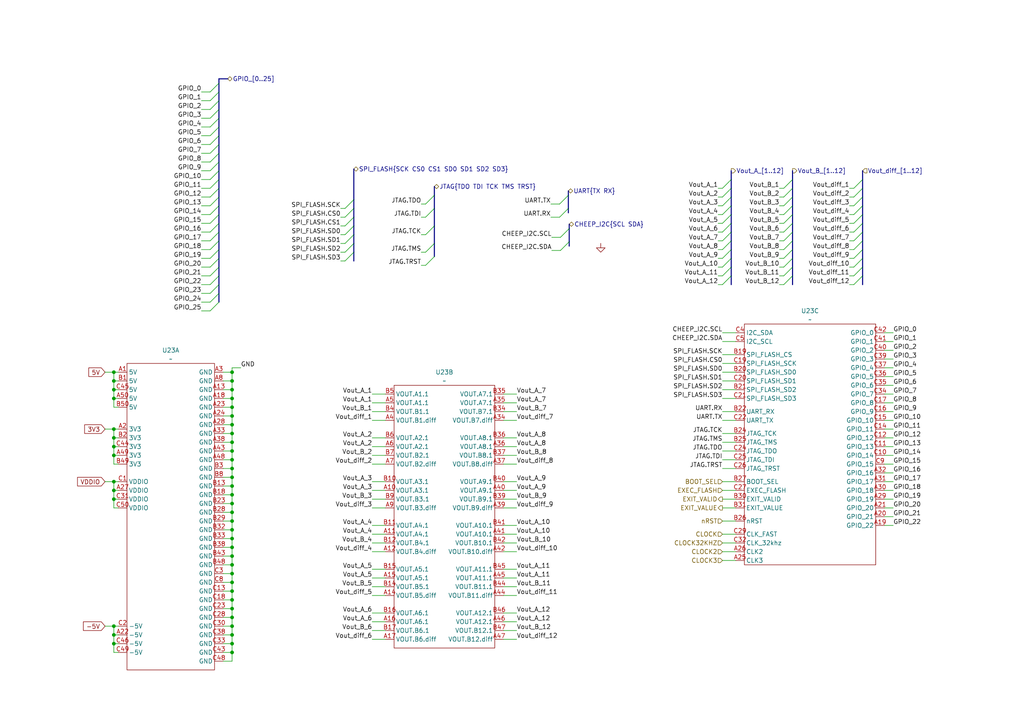
<source format=kicad_sch>
(kicad_sch (version 20250114) (generator "eeschema") (generator_version "9.0")
  (paper "A4")
  (junction (at 67.31 125.73))
  (junction (at 33.02 129.54))
  (junction (at 67.31 115.57))
  (junction (at 67.31 110.49))
  (junction (at 67.31 163.83))
  (junction (at 33.02 142.24))
  (junction (at 67.31 171.45))
  (junction (at 67.31 123.19))
  (junction (at 67.31 161.29))
  (junction (at 33.02 139.7))
  (junction (at 67.31 176.53))
  (junction (at 67.31 158.75))
  (junction (at 33.02 186.69))
  (junction (at 33.02 144.78))
  (junction (at 67.31 179.07))
  (junction (at 67.31 113.03))
  (junction (at 33.02 181.61))
  (junction (at 67.31 118.11))
  (junction (at 33.02 115.57))
  (junction (at 33.02 113.03))
  (junction (at 67.31 153.67))
  (junction (at 67.31 128.27))
  (junction (at 67.31 135.89))
  (junction (at 67.31 130.81))
  (junction (at 67.31 143.51))
  (junction (at 67.31 181.61))
  (junction (at 67.31 107.95))
  (junction (at 33.02 127))
  (junction (at 67.31 168.91))
  (junction (at 33.02 110.49))
  (junction (at 67.31 120.65))
  (junction (at 67.31 173.99))
  (junction (at 67.31 156.21))
  (junction (at 67.31 151.13))
  (junction (at 67.31 186.69))
  (junction (at 67.31 140.97))
  (junction (at 67.31 166.37))
  (junction (at 33.02 107.95))
  (junction (at 67.31 189.23))
  (junction (at 67.31 148.59))
  (junction (at 67.31 133.35))
  (junction (at 67.31 146.05))
  (junction (at 33.02 184.15))
  (junction (at 67.31 184.15))
  (junction (at 33.02 124.46))
  (junction (at 67.31 138.43))
  (junction (at 33.02 132.08))
  (bus_entry (at 60.96 64.77) (size 2.54 -2.54))
  (bus_entry (at 100.076 62.992) (size 2.54 -2.54))
  (bus_entry (at 125.984 70.612) (size -2.54 2.54))
  (bus_entry (at 229.87 77.47) (size -2.54 2.54))
  (bus_entry (at 60.96 62.23) (size 2.54 -2.54))
  (bus_entry (at 165.1 70.104) (size -2.54 2.54))
  (bus_entry (at 212.09 72.39) (size -2.54 2.54))
  (bus_entry (at 229.87 74.93) (size -2.54 2.54))
  (bus_entry (at 229.87 59.69) (size -2.54 2.54))
  (bus_entry (at 125.984 60.452) (size -2.54 2.54))
  (bus_entry (at 229.87 64.77) (size -2.54 2.54))
  (bus_entry (at 250.19 74.93) (size -2.54 2.54))
  (bus_entry (at 212.09 77.47) (size -2.54 2.54))
  (bus_entry (at 60.96 74.93) (size 2.54 -2.54))
  (bus_entry (at 60.96 77.47) (size 2.54 -2.54))
  (bus_entry (at 60.96 54.61) (size 2.54 -2.54))
  (bus_entry (at 250.19 54.61) (size -2.54 2.54))
  (bus_entry (at 100.076 60.452) (size 2.54 -2.54))
  (bus_entry (at 100.076 75.692) (size 2.54 -2.54))
  (bus_entry (at 212.09 74.93) (size -2.54 2.54))
  (bus_entry (at 165.1 66.294) (size -2.54 2.54))
  (bus_entry (at 125.984 65.532) (size -2.54 2.54))
  (bus_entry (at 60.96 44.45) (size 2.54 -2.54))
  (bus_entry (at 212.09 80.01) (size -2.54 2.54))
  (bus_entry (at 60.96 87.63) (size 2.54 -2.54))
  (bus_entry (at 60.96 90.17) (size 2.54 -2.54))
  (bus_entry (at 229.87 52.07) (size -2.54 2.54))
  (bus_entry (at 60.96 46.99) (size 2.54 -2.54))
  (bus_entry (at 212.09 69.85) (size -2.54 2.54))
  (bus_entry (at 229.87 67.31) (size -2.54 2.54))
  (bus_entry (at 60.96 52.07) (size 2.54 -2.54))
  (bus_entry (at 212.09 54.61) (size -2.54 2.54))
  (bus_entry (at 60.96 39.37) (size 2.54 -2.54))
  (bus_entry (at 60.96 69.85) (size 2.54 -2.54))
  (bus_entry (at 60.96 82.55) (size 2.54 -2.54))
  (bus_entry (at 250.19 62.23) (size -2.54 2.54))
  (bus_entry (at 250.19 72.39) (size -2.54 2.54))
  (bus_entry (at 250.19 57.15) (size -2.54 2.54))
  (bus_entry (at 250.19 52.07) (size -2.54 2.54))
  (bus_entry (at 229.87 80.01) (size -2.54 2.54))
  (bus_entry (at 229.87 57.15) (size -2.54 2.54))
  (bus_entry (at 212.09 59.69) (size -2.54 2.54))
  (bus_entry (at 125.984 56.642) (size -2.54 2.54))
  (bus_entry (at 60.96 72.39) (size 2.54 -2.54))
  (bus_entry (at 60.96 80.01) (size 2.54 -2.54))
  (bus_entry (at 164.846 60.452) (size -2.54 2.54))
  (bus_entry (at 212.09 67.31) (size -2.54 2.54))
  (bus_entry (at 60.96 49.53) (size 2.54 -2.54))
  (bus_entry (at 229.87 54.61) (size -2.54 2.54))
  (bus_entry (at 100.076 70.612) (size 2.54 -2.54))
  (bus_entry (at 60.96 34.29) (size 2.54 -2.54))
  (bus_entry (at 164.846 56.642) (size -2.54 2.54))
  (bus_entry (at 100.076 65.532) (size 2.54 -2.54))
  (bus_entry (at 212.09 64.77) (size -2.54 2.54))
  (bus_entry (at 125.984 74.422) (size -2.54 2.54))
  (bus_entry (at 212.09 62.23) (size -2.54 2.54))
  (bus_entry (at 250.19 67.31) (size -2.54 2.54))
  (bus_entry (at 60.96 41.91) (size 2.54 -2.54))
  (bus_entry (at 250.19 80.01) (size -2.54 2.54))
  (bus_entry (at 250.19 64.77) (size -2.54 2.54))
  (bus_entry (at 229.87 72.39) (size -2.54 2.54))
  (bus_entry (at 60.96 57.15) (size 2.54 -2.54))
  (bus_entry (at 60.96 26.67) (size 2.54 -2.54))
  (bus_entry (at 60.96 67.31) (size 2.54 -2.54))
  (bus_entry (at 60.96 29.21) (size 2.54 -2.54))
  (bus_entry (at 250.19 69.85) (size -2.54 2.54))
  (bus_entry (at 60.96 85.09) (size 2.54 -2.54))
  (bus_entry (at 229.87 69.85) (size -2.54 2.54))
  (bus_entry (at 100.076 73.152) (size 2.54 -2.54))
  (bus_entry (at 60.96 31.75) (size 2.54 -2.54))
  (bus_entry (at 60.96 59.69) (size 2.54 -2.54))
  (bus_entry (at 60.96 36.83) (size 2.54 -2.54))
  (bus_entry (at 229.87 62.23) (size -2.54 2.54))
  (bus_entry (at 212.09 57.15) (size -2.54 2.54))
  (bus_entry (at 100.076 68.072) (size 2.54 -2.54))
  (bus_entry (at 250.19 77.47) (size -2.54 2.54))
  (bus_entry (at 212.09 52.07) (size -2.54 2.54))
  (bus_entry (at 250.19 59.69) (size -2.54 2.54))
  (bus (pts (xy 229.87 74.93) (xy 229.87 77.47)))
  (bus (pts (xy 63.5 59.69) (xy 63.5 62.23)))
  (wire (pts (xy 33.02 110.49) (xy 33.02 113.03)))
  (wire (pts (xy 58.42 49.53) (xy 60.96 49.53)))
  (wire (pts (xy 209.55 157.48) (xy 213.36 157.48)))
  (wire (pts (xy 58.42 80.01) (xy 60.96 80.01)))
  (wire (pts (xy 259.08 137.16) (xy 256.54 137.16)))
  (bus (pts (xy 250.19 54.61) (xy 250.19 57.15)))
  (wire (pts (xy 107.95 182.88) (xy 111.76 182.88)))
  (bus (pts (xy 250.19 77.47) (xy 250.19 80.01)))
  (bus (pts (xy 229.87 54.61) (xy 229.87 57.15)))
  (wire (pts (xy 107.95 121.92) (xy 111.76 121.92)))
  (bus (pts (xy 102.616 65.532) (xy 102.616 68.072)))
  (wire (pts (xy 64.77 107.95) (xy 67.31 107.95)))
  (wire (pts (xy 246.38 72.39) (xy 247.65 72.39)))
  (wire (pts (xy 208.28 74.93) (xy 209.55 74.93)))
  (bus (pts (xy 102.616 57.912) (xy 102.616 60.452)))
  (wire (pts (xy 64.77 151.13) (xy 67.31 151.13)))
  (wire (pts (xy 259.08 116.84) (xy 256.54 116.84)))
  (wire (pts (xy 259.08 124.46) (xy 256.54 124.46)))
  (wire (pts (xy 226.06 77.47) (xy 227.33 77.47)))
  (wire (pts (xy 149.86 172.72) (xy 146.05 172.72)))
  (wire (pts (xy 64.77 148.59) (xy 67.31 148.59)))
  (wire (pts (xy 226.06 74.93) (xy 227.33 74.93)))
  (wire (pts (xy 58.42 36.83) (xy 60.96 36.83)))
  (wire (pts (xy 33.02 181.61) (xy 34.29 181.61)))
  (wire (pts (xy 246.38 67.31) (xy 247.65 67.31)))
  (wire (pts (xy 67.31 130.81) (xy 67.31 133.35)))
  (wire (pts (xy 33.02 129.54) (xy 33.02 132.08)))
  (bus (pts (xy 165.1 70.104) (xy 165.1 71.374)))
  (bus (pts (xy 63.5 36.83) (xy 63.5 39.37)))
  (bus (pts (xy 63.5 72.39) (xy 63.5 74.93)))
  (wire (pts (xy 226.06 54.61) (xy 227.33 54.61)))
  (wire (pts (xy 58.42 67.31) (xy 60.96 67.31)))
  (bus (pts (xy 229.87 59.69) (xy 229.87 62.23)))
  (wire (pts (xy 259.08 121.92) (xy 256.54 121.92)))
  (wire (pts (xy 34.29 115.57) (xy 33.02 115.57)))
  (wire (pts (xy 58.42 85.09) (xy 60.96 85.09)))
  (bus (pts (xy 63.5 31.75) (xy 63.5 34.29)))
  (wire (pts (xy 259.08 106.68) (xy 256.54 106.68)))
  (bus (pts (xy 102.616 49.022) (xy 102.616 57.912)))
  (wire (pts (xy 64.77 153.67) (xy 67.31 153.67)))
  (wire (pts (xy 30.48 139.7) (xy 33.02 139.7)))
  (wire (pts (xy 64.77 171.45) (xy 67.31 171.45)))
  (wire (pts (xy 259.08 149.86) (xy 256.54 149.86)))
  (bus (pts (xy 164.846 60.452) (xy 164.846 61.722)))
  (wire (pts (xy 67.31 107.95) (xy 67.31 110.49)))
  (wire (pts (xy 209.55 99.06) (xy 213.36 99.06)))
  (wire (pts (xy 208.28 57.15) (xy 209.55 57.15)))
  (bus (pts (xy 250.19 69.85) (xy 250.19 72.39)))
  (wire (pts (xy 149.86 144.78) (xy 146.05 144.78)))
  (wire (pts (xy 246.38 57.15) (xy 247.65 57.15)))
  (bus (pts (xy 63.5 39.37) (xy 63.5 41.91)))
  (wire (pts (xy 34.29 113.03) (xy 33.02 113.03)))
  (wire (pts (xy 107.95 139.7) (xy 111.76 139.7)))
  (bus (pts (xy 63.5 24.13) (xy 63.5 26.67)))
  (bus (pts (xy 250.19 62.23) (xy 250.19 64.77)))
  (wire (pts (xy 30.48 124.46) (xy 33.02 124.46)))
  (wire (pts (xy 160.02 72.644) (xy 162.56 72.644)))
  (bus (pts (xy 212.09 80.01) (xy 212.09 82.55)))
  (wire (pts (xy 259.08 152.4) (xy 256.54 152.4)))
  (wire (pts (xy 34.29 118.11) (xy 33.02 118.11)))
  (wire (pts (xy 209.55 130.81) (xy 213.36 130.81)))
  (wire (pts (xy 64.77 191.77) (xy 67.31 191.77)))
  (wire (pts (xy 64.77 113.03) (xy 67.31 113.03)))
  (wire (pts (xy 259.08 132.08) (xy 256.54 132.08)))
  (bus (pts (xy 212.09 59.69) (xy 212.09 62.23)))
  (bus (pts (xy 212.09 74.93) (xy 212.09 77.47)))
  (bus (pts (xy 63.5 54.61) (xy 63.5 57.15)))
  (wire (pts (xy 208.28 64.77) (xy 209.55 64.77)))
  (bus (pts (xy 63.5 29.21) (xy 63.5 31.75)))
  (wire (pts (xy 58.42 72.39) (xy 60.96 72.39)))
  (wire (pts (xy 107.95 129.54) (xy 111.76 129.54)))
  (wire (pts (xy 58.42 54.61) (xy 60.96 54.61)))
  (wire (pts (xy 209.55 142.24) (xy 213.36 142.24)))
  (wire (pts (xy 34.29 189.23) (xy 33.02 189.23)))
  (wire (pts (xy 246.38 69.85) (xy 247.65 69.85)))
  (wire (pts (xy 67.31 118.11) (xy 67.31 120.65)))
  (wire (pts (xy 64.77 115.57) (xy 67.31 115.57)))
  (wire (pts (xy 209.55 125.73) (xy 213.36 125.73)))
  (wire (pts (xy 259.08 114.3) (xy 256.54 114.3)))
  (wire (pts (xy 209.55 151.13) (xy 213.36 151.13)))
  (bus (pts (xy 102.616 73.152) (xy 102.616 75.692)))
  (wire (pts (xy 259.08 134.62) (xy 256.54 134.62)))
  (wire (pts (xy 58.42 26.67) (xy 60.96 26.67)))
  (bus (pts (xy 229.87 62.23) (xy 229.87 64.77)))
  (bus (pts (xy 63.5 52.07) (xy 63.5 54.61)))
  (bus (pts (xy 212.09 72.39) (xy 212.09 74.93)))
  (bus (pts (xy 63.5 85.09) (xy 63.5 87.63)))
  (wire (pts (xy 64.77 186.69) (xy 67.31 186.69)))
  (wire (pts (xy 64.77 143.51) (xy 67.31 143.51)))
  (wire (pts (xy 69.85 106.68) (xy 67.31 106.68)))
  (wire (pts (xy 64.77 123.19) (xy 67.31 123.19)))
  (wire (pts (xy 209.55 144.78) (xy 213.36 144.78)))
  (wire (pts (xy 33.02 107.95) (xy 34.29 107.95)))
  (bus (pts (xy 212.09 54.61) (xy 212.09 57.15)))
  (bus (pts (xy 63.5 64.77) (xy 63.5 67.31)))
  (wire (pts (xy 58.42 34.29) (xy 60.96 34.29)))
  (wire (pts (xy 107.95 134.62) (xy 111.76 134.62)))
  (wire (pts (xy 67.31 110.49) (xy 67.31 113.03)))
  (bus (pts (xy 63.5 74.93) (xy 63.5 77.47)))
  (wire (pts (xy 67.31 113.03) (xy 67.31 115.57)))
  (wire (pts (xy 67.31 143.51) (xy 67.31 146.05)))
  (bus (pts (xy 125.984 56.642) (xy 125.984 60.452)))
  (wire (pts (xy 246.38 64.77) (xy 247.65 64.77)))
  (wire (pts (xy 149.86 154.94) (xy 146.05 154.94)))
  (wire (pts (xy 209.55 113.03) (xy 213.36 113.03)))
  (wire (pts (xy 67.31 166.37) (xy 67.31 168.91)))
  (wire (pts (xy 208.28 82.55) (xy 209.55 82.55)))
  (wire (pts (xy 33.02 124.46) (xy 33.02 127)))
  (wire (pts (xy 226.06 64.77) (xy 227.33 64.77)))
  (wire (pts (xy 98.806 75.692) (xy 100.076 75.692)))
  (bus (pts (xy 165.1 65.024) (xy 165.1 66.294)))
  (bus (pts (xy 250.19 67.31) (xy 250.19 69.85)))
  (wire (pts (xy 67.31 179.07) (xy 67.31 181.61)))
  (wire (pts (xy 107.95 154.94) (xy 111.76 154.94)))
  (bus (pts (xy 250.19 64.77) (xy 250.19 67.31)))
  (wire (pts (xy 107.95 177.8) (xy 111.76 177.8)))
  (wire (pts (xy 33.02 127) (xy 33.02 129.54)))
  (wire (pts (xy 226.06 57.15) (xy 227.33 57.15)))
  (wire (pts (xy 107.95 132.08) (xy 111.76 132.08)))
  (bus (pts (xy 63.5 62.23) (xy 63.5 64.77)))
  (wire (pts (xy 226.06 62.23) (xy 227.33 62.23)))
  (wire (pts (xy 64.77 133.35) (xy 67.31 133.35)))
  (wire (pts (xy 67.31 173.99) (xy 67.31 176.53)))
  (wire (pts (xy 64.77 184.15) (xy 67.31 184.15)))
  (wire (pts (xy 58.42 82.55) (xy 60.96 82.55)))
  (wire (pts (xy 259.08 139.7) (xy 256.54 139.7)))
  (wire (pts (xy 30.48 107.95) (xy 33.02 107.95)))
  (bus (pts (xy 250.19 49.53) (xy 250.19 52.07)))
  (wire (pts (xy 67.31 125.73) (xy 67.31 128.27)))
  (wire (pts (xy 67.31 158.75) (xy 67.31 161.29)))
  (wire (pts (xy 209.55 110.49) (xy 213.36 110.49)))
  (bus (pts (xy 212.09 52.07) (xy 212.09 54.61)))
  (wire (pts (xy 259.08 147.32) (xy 256.54 147.32)))
  (wire (pts (xy 149.86 121.92) (xy 146.05 121.92)))
  (bus (pts (xy 165.1 66.294) (xy 165.1 70.104)))
  (bus (pts (xy 63.5 49.53) (xy 63.5 52.07)))
  (wire (pts (xy 67.31 156.21) (xy 67.31 158.75)))
  (wire (pts (xy 208.28 72.39) (xy 209.55 72.39)))
  (wire (pts (xy 58.42 46.99) (xy 60.96 46.99)))
  (wire (pts (xy 67.31 135.89) (xy 67.31 138.43)))
  (wire (pts (xy 209.55 147.32) (xy 213.36 147.32)))
  (wire (pts (xy 58.42 77.47) (xy 60.96 77.47)))
  (wire (pts (xy 33.02 147.32) (xy 33.02 144.78)))
  (wire (pts (xy 58.42 59.69) (xy 60.96 59.69)))
  (wire (pts (xy 67.31 133.35) (xy 67.31 135.89)))
  (wire (pts (xy 209.55 160.02) (xy 213.36 160.02)))
  (wire (pts (xy 58.42 87.63) (xy 60.96 87.63)))
  (wire (pts (xy 149.86 142.24) (xy 146.05 142.24)))
  (wire (pts (xy 67.31 120.65) (xy 67.31 123.19)))
  (wire (pts (xy 107.95 142.24) (xy 111.76 142.24)))
  (wire (pts (xy 107.95 144.78) (xy 111.76 144.78)))
  (bus (pts (xy 164.846 55.372) (xy 164.846 56.642)))
  (wire (pts (xy 33.02 186.69) (xy 33.02 189.23)))
  (wire (pts (xy 209.55 139.7) (xy 213.36 139.7)))
  (bus (pts (xy 102.616 60.452) (xy 102.616 62.992)))
  (wire (pts (xy 259.08 144.78) (xy 256.54 144.78)))
  (bus (pts (xy 212.09 49.53) (xy 212.09 52.07)))
  (wire (pts (xy 64.77 163.83) (xy 67.31 163.83)))
  (wire (pts (xy 107.95 157.48) (xy 111.76 157.48)))
  (wire (pts (xy 122.174 59.182) (xy 123.444 59.182)))
  (wire (pts (xy 33.02 113.03) (xy 33.02 115.57)))
  (bus (pts (xy 125.984 54.102) (xy 125.984 56.642)))
  (wire (pts (xy 34.29 186.69) (xy 33.02 186.69)))
  (wire (pts (xy 58.42 90.17) (xy 60.96 90.17)))
  (bus (pts (xy 63.5 69.85) (xy 63.5 72.39)))
  (wire (pts (xy 67.31 184.15) (xy 67.31 186.69)))
  (wire (pts (xy 34.29 184.15) (xy 33.02 184.15)))
  (wire (pts (xy 64.77 110.49) (xy 67.31 110.49)))
  (wire (pts (xy 246.38 54.61) (xy 247.65 54.61)))
  (wire (pts (xy 67.31 140.97) (xy 67.31 143.51)))
  (wire (pts (xy 209.55 128.27) (xy 213.36 128.27)))
  (bus (pts (xy 229.87 77.47) (xy 229.87 80.01)))
  (wire (pts (xy 159.766 62.992) (xy 162.306 62.992)))
  (wire (pts (xy 34.29 147.32) (xy 33.02 147.32)))
  (wire (pts (xy 67.31 171.45) (xy 67.31 173.99)))
  (wire (pts (xy 149.86 165.1) (xy 146.05 165.1)))
  (wire (pts (xy 33.02 118.11) (xy 33.02 115.57)))
  (wire (pts (xy 58.42 39.37) (xy 60.96 39.37)))
  (wire (pts (xy 209.55 133.35) (xy 213.36 133.35)))
  (wire (pts (xy 226.06 59.69) (xy 227.33 59.69)))
  (bus (pts (xy 63.5 26.67) (xy 63.5 29.21)))
  (wire (pts (xy 58.42 52.07) (xy 60.96 52.07)))
  (wire (pts (xy 34.29 132.08) (xy 33.02 132.08)))
  (wire (pts (xy 246.38 59.69) (xy 247.65 59.69)))
  (wire (pts (xy 67.31 123.19) (xy 67.31 125.73)))
  (bus (pts (xy 63.5 22.86) (xy 63.5 24.13)))
  (wire (pts (xy 209.55 162.56) (xy 213.36 162.56)))
  (wire (pts (xy 64.77 176.53) (xy 67.31 176.53)))
  (bus (pts (xy 164.846 56.642) (xy 164.846 60.452)))
  (wire (pts (xy 34.29 129.54) (xy 33.02 129.54)))
  (wire (pts (xy 58.42 57.15) (xy 60.96 57.15)))
  (wire (pts (xy 246.38 80.01) (xy 247.65 80.01)))
  (wire (pts (xy 259.08 119.38) (xy 256.54 119.38)))
  (wire (pts (xy 98.806 73.152) (xy 100.076 73.152)))
  (wire (pts (xy 98.806 70.612) (xy 100.076 70.612)))
  (wire (pts (xy 149.86 177.8) (xy 146.05 177.8)))
  (wire (pts (xy 64.77 125.73) (xy 67.31 125.73)))
  (wire (pts (xy 209.55 135.89) (xy 213.36 135.89)))
  (wire (pts (xy 67.31 146.05) (xy 67.31 148.59)))
  (wire (pts (xy 58.42 44.45) (xy 60.96 44.45)))
  (wire (pts (xy 64.77 140.97) (xy 67.31 140.97)))
  (wire (pts (xy 259.08 99.06) (xy 256.54 99.06)))
  (wire (pts (xy 67.31 138.43) (xy 67.31 140.97)))
  (bus (pts (xy 229.87 72.39) (xy 229.87 74.93)))
  (wire (pts (xy 208.28 62.23) (xy 209.55 62.23)))
  (bus (pts (xy 229.87 67.31) (xy 229.87 69.85)))
  (wire (pts (xy 34.29 142.24) (xy 33.02 142.24)))
  (wire (pts (xy 259.08 129.54) (xy 256.54 129.54)))
  (bus (pts (xy 125.984 65.532) (xy 125.984 70.612)))
  (bus (pts (xy 63.5 46.99) (xy 63.5 49.53)))
  (wire (pts (xy 33.02 139.7) (xy 33.02 142.24)))
  (wire (pts (xy 226.06 82.55) (xy 227.33 82.55)))
  (wire (pts (xy 149.86 160.02) (xy 146.05 160.02)))
  (wire (pts (xy 58.42 64.77) (xy 60.96 64.77)))
  (bus (pts (xy 250.19 74.93) (xy 250.19 77.47)))
  (wire (pts (xy 149.86 129.54) (xy 146.05 129.54)))
  (wire (pts (xy 246.38 62.23) (xy 247.65 62.23)))
  (wire (pts (xy 107.95 114.3) (xy 111.76 114.3)))
  (bus (pts (xy 250.19 57.15) (xy 250.19 59.69)))
  (wire (pts (xy 67.31 189.23) (xy 64.77 189.23)))
  (wire (pts (xy 149.86 185.42) (xy 146.05 185.42)))
  (wire (pts (xy 67.31 163.83) (xy 67.31 166.37)))
  (wire (pts (xy 58.42 62.23) (xy 60.96 62.23)))
  (wire (pts (xy 149.86 114.3) (xy 146.05 114.3)))
  (wire (pts (xy 64.77 135.89) (xy 67.31 135.89)))
  (bus (pts (xy 63.5 67.31) (xy 63.5 69.85)))
  (wire (pts (xy 209.55 154.94) (xy 213.36 154.94)))
  (wire (pts (xy 149.86 116.84) (xy 146.05 116.84)))
  (wire (pts (xy 64.77 156.21) (xy 67.31 156.21)))
  (wire (pts (xy 64.77 128.27) (xy 67.31 128.27)))
  (wire (pts (xy 67.31 161.29) (xy 67.31 163.83)))
  (wire (pts (xy 67.31 153.67) (xy 67.31 156.21)))
  (wire (pts (xy 64.77 130.81) (xy 67.31 130.81)))
  (wire (pts (xy 107.95 116.84) (xy 111.76 116.84)))
  (wire (pts (xy 67.31 106.68) (xy 67.31 107.95)))
  (wire (pts (xy 160.02 68.834) (xy 162.56 68.834)))
  (wire (pts (xy 64.77 118.11) (xy 67.31 118.11)))
  (wire (pts (xy 246.38 82.55) (xy 247.65 82.55)))
  (wire (pts (xy 209.55 115.57) (xy 213.36 115.57)))
  (wire (pts (xy 107.95 165.1) (xy 111.76 165.1)))
  (bus (pts (xy 63.5 77.47) (xy 63.5 80.01)))
  (wire (pts (xy 58.42 69.85) (xy 60.96 69.85)))
  (wire (pts (xy 67.31 186.69) (xy 67.31 189.23)))
  (wire (pts (xy 107.95 119.38) (xy 111.76 119.38)))
  (wire (pts (xy 259.08 127) (xy 256.54 127)))
  (wire (pts (xy 122.174 68.072) (xy 123.444 68.072)))
  (wire (pts (xy 209.55 105.41) (xy 213.36 105.41)))
  (wire (pts (xy 64.77 158.75) (xy 67.31 158.75)))
  (wire (pts (xy 259.08 101.6) (xy 256.54 101.6)))
  (wire (pts (xy 259.08 142.24) (xy 256.54 142.24)))
  (wire (pts (xy 67.31 128.27) (xy 67.31 130.81)))
  (bus (pts (xy 212.09 57.15) (xy 212.09 59.69)))
  (wire (pts (xy 58.42 29.21) (xy 60.96 29.21)))
  (wire (pts (xy 64.77 166.37) (xy 67.31 166.37)))
  (wire (pts (xy 149.86 182.88) (xy 146.05 182.88)))
  (wire (pts (xy 208.28 69.85) (xy 209.55 69.85)))
  (bus (pts (xy 102.616 62.992) (xy 102.616 65.532)))
  (wire (pts (xy 33.02 132.08) (xy 33.02 134.62)))
  (wire (pts (xy 33.02 184.15) (xy 33.02 186.69)))
  (wire (pts (xy 107.95 160.02) (xy 111.76 160.02)))
  (wire (pts (xy 208.28 59.69) (xy 209.55 59.69)))
  (wire (pts (xy 149.86 132.08) (xy 146.05 132.08)))
  (wire (pts (xy 149.86 180.34) (xy 146.05 180.34)))
  (wire (pts (xy 58.42 74.93) (xy 60.96 74.93)))
  (wire (pts (xy 33.02 124.46) (xy 34.29 124.46)))
  (wire (pts (xy 33.02 142.24) (xy 33.02 144.78)))
  (wire (pts (xy 259.08 96.52) (xy 256.54 96.52)))
  (wire (pts (xy 107.95 170.18) (xy 111.76 170.18)))
  (bus (pts (xy 63.5 44.45) (xy 63.5 46.99)))
  (wire (pts (xy 107.95 180.34) (xy 111.76 180.34)))
  (wire (pts (xy 149.86 127) (xy 146.05 127)))
  (wire (pts (xy 34.29 110.49) (xy 33.02 110.49)))
  (bus (pts (xy 229.87 64.77) (xy 229.87 67.31)))
  (bus (pts (xy 102.616 68.072) (xy 102.616 70.612)))
  (wire (pts (xy 259.08 104.14) (xy 256.54 104.14)))
  (bus (pts (xy 63.5 82.55) (xy 63.5 85.09)))
  (wire (pts (xy 226.06 80.01) (xy 227.33 80.01)))
  (wire (pts (xy 209.55 121.92) (xy 213.36 121.92)))
  (bus (pts (xy 125.984 70.612) (xy 125.984 74.422)))
  (wire (pts (xy 149.86 119.38) (xy 146.05 119.38)))
  (wire (pts (xy 67.31 115.57) (xy 67.31 118.11)))
  (wire (pts (xy 149.86 157.48) (xy 146.05 157.48)))
  (wire (pts (xy 33.02 181.61) (xy 33.02 184.15)))
  (wire (pts (xy 107.95 127) (xy 111.76 127)))
  (bus (pts (xy 250.19 80.01) (xy 250.19 82.55)))
  (wire (pts (xy 149.86 152.4) (xy 146.05 152.4)))
  (wire (pts (xy 246.38 74.93) (xy 247.65 74.93)))
  (wire (pts (xy 33.02 107.95) (xy 33.02 110.49)))
  (wire (pts (xy 208.28 67.31) (xy 209.55 67.31)))
  (bus (pts (xy 212.09 64.77) (xy 212.09 67.31)))
  (wire (pts (xy 98.806 62.992) (xy 100.076 62.992)))
  (bus (pts (xy 102.616 70.612) (xy 102.616 73.152)))
  (wire (pts (xy 107.95 185.42) (xy 111.76 185.42)))
  (bus (pts (xy 229.87 57.15) (xy 229.87 59.69)))
  (wire (pts (xy 98.806 68.072) (xy 100.076 68.072)))
  (wire (pts (xy 64.77 138.43) (xy 67.31 138.43)))
  (wire (pts (xy 149.86 167.64) (xy 146.05 167.64)))
  (wire (pts (xy 122.174 62.992) (xy 123.444 62.992)))
  (wire (pts (xy 149.86 147.32) (xy 146.05 147.32)))
  (bus (pts (xy 229.87 69.85) (xy 229.87 72.39)))
  (wire (pts (xy 64.77 146.05) (xy 67.31 146.05)))
  (bus (pts (xy 212.09 69.85) (xy 212.09 72.39)))
  (wire (pts (xy 67.31 148.59) (xy 67.31 151.13)))
  (wire (pts (xy 58.42 41.91) (xy 60.96 41.91)))
  (wire (pts (xy 34.29 134.62) (xy 33.02 134.62)))
  (wire (pts (xy 58.42 31.75) (xy 60.96 31.75)))
  (bus (pts (xy 212.09 77.47) (xy 212.09 80.01)))
  (wire (pts (xy 98.806 60.452) (xy 100.076 60.452)))
  (wire (pts (xy 209.55 102.87) (xy 213.36 102.87)))
  (bus (pts (xy 63.5 34.29) (xy 63.5 36.83)))
  (wire (pts (xy 122.174 76.962) (xy 123.444 76.962)))
  (bus (pts (xy 229.87 80.01) (xy 229.87 82.55)))
  (wire (pts (xy 159.766 59.182) (xy 162.306 59.182)))
  (wire (pts (xy 34.29 144.78) (xy 33.02 144.78)))
  (bus (pts (xy 229.87 49.53) (xy 229.87 52.07)))
  (wire (pts (xy 226.06 67.31) (xy 227.33 67.31)))
  (bus (pts (xy 63.5 80.01) (xy 63.5 82.55)))
  (bus (pts (xy 66.04 22.86) (xy 63.5 22.86)))
  (wire (pts (xy 208.28 77.47) (xy 209.55 77.47)))
  (wire (pts (xy 67.31 181.61) (xy 67.31 184.15)))
  (bus (pts (xy 212.09 67.31) (xy 212.09 69.85)))
  (bus (pts (xy 125.984 60.452) (xy 125.984 65.532)))
  (bus (pts (xy 63.5 57.15) (xy 63.5 59.69)))
  (wire (pts (xy 208.28 54.61) (xy 209.55 54.61)))
  (wire (pts (xy 149.86 134.62) (xy 146.05 134.62)))
  (bus (pts (xy 63.5 41.91) (xy 63.5 44.45)))
  (wire (pts (xy 209.55 96.52) (xy 213.36 96.52)))
  (wire (pts (xy 98.806 65.532) (xy 100.076 65.532)))
  (wire (pts (xy 107.95 167.64) (xy 111.76 167.64)))
  (wire (pts (xy 122.174 73.152) (xy 123.444 73.152)))
  (wire (pts (xy 209.55 107.95) (xy 213.36 107.95)))
  (wire (pts (xy 64.77 179.07) (xy 67.31 179.07)))
  (bus (pts (xy 212.09 62.23) (xy 212.09 64.77)))
  (wire (pts (xy 259.08 109.22) (xy 256.54 109.22)))
  (wire (pts (xy 64.77 173.99) (xy 67.31 173.99)))
  (wire (pts (xy 246.38 77.47) (xy 247.65 77.47)))
  (bus (pts (xy 229.87 52.07) (xy 229.87 54.61)))
  (wire (pts (xy 34.29 127) (xy 33.02 127)))
  (wire (pts (xy 259.08 111.76) (xy 256.54 111.76)))
  (wire (pts (xy 64.77 181.61) (xy 67.31 181.61)))
  (wire (pts (xy 226.06 72.39) (xy 227.33 72.39)))
  (wire (pts (xy 209.55 119.38) (xy 213.36 119.38)))
  (wire (pts (xy 67.31 176.53) (xy 67.31 179.07)))
  (wire (pts (xy 149.86 139.7) (xy 146.05 139.7)))
  (wire (pts (xy 64.77 168.91) (xy 67.31 168.91)))
  (wire (pts (xy 208.28 80.01) (xy 209.55 80.01)))
  (wire (pts (xy 107.95 147.32) (xy 111.76 147.32)))
  (wire (pts (xy 67.31 191.77) (xy 67.31 189.23)))
  (wire (pts (xy 67.31 168.91) (xy 67.31 171.45)))
  (wire (pts (xy 33.02 139.7) (xy 34.29 139.7)))
  (wire (pts (xy 30.48 181.61) (xy 33.02 181.61)))
  (bus (pts (xy 250.19 52.07) (xy 250.19 54.61)))
  (wire (pts (xy 107.95 172.72) (xy 111.76 172.72)))
  (wire (pts (xy 67.31 151.13) (xy 67.31 153.67)))
  (wire (pts (xy 107.95 152.4) (xy 111.76 152.4)))
  (wire (pts (xy 64.77 120.65) (xy 67.31 120.65)))
  (wire (pts (xy 226.06 69.85) (xy 227.33 69.85)))
  (bus (pts (xy 250.19 59.69) (xy 250.19 62.23)))
  (wire (pts (xy 64.77 161.29) (xy 67.31 161.29)))
  (wire (pts (xy 149.86 170.18) (xy 146.05 170.18)))
  (bus (pts (xy 250.19 72.39) (xy 250.19 74.93)))
  (label "Vout_A_2" (at 107.95 129.54 180))
  (label "Vout_A_8" (at 149.86 129.54 0))
  (label "Vout_B_9" (at 149.86 144.78 0))
  (label "JTAG.TMS" (at 122.174 73.152 180))
  (label "SPI_FLASH.SD3" (at 209.55 115.57 180))
  (label "Vout_B_8" (at 149.86 132.08 0))
  (label "GPIO_18" (at 259.08 142.24 0))
  (label "Vout_B_10" (at 149.86 157.48 0))
  (label "Vout_B_10" (at 226.06 77.47 180))
  (label "Vout_A_10" (at 208.28 77.47 180))
  (label "JTAG.TRST" (at 209.55 135.89 180))
  (label "Vout_B_6" (at 226.06 67.31 180))
  (label "GPIO_8" (at 58.42 46.99 180))
  (label "UART.TX" (at 159.766 59.182 180))
  (label "Vout_diff_2" (at 246.38 57.15 180))
  (label "GPIO_18" (at 58.42 72.39 180))
  (label "Vout_B_2" (at 107.95 132.08 180))
  (label "Vout_A_8" (at 149.86 127 0))
  (label "Vout_B_8" (at 226.06 72.39 180))
  (label "Vout_diff_4" (at 107.95 160.02 180))
  (label "GPIO_0" (at 58.42 26.67 180))
  (label "GPIO_20" (at 259.08 147.32 0))
  (label "GPIO_11" (at 58.42 54.61 180))
  (label "JTAG.TDO" (at 209.55 130.81 180))
  (label "Vout_diff_11" (at 246.38 80.01 180))
  (label "Vout_diff_8" (at 246.38 72.39 180))
  (label "GPIO_24" (at 58.42 87.63 180))
  (label "Vout_A_9" (at 208.28 74.93 180))
  (label "Vout_A_11" (at 208.28 80.01 180))
  (label "GPIO_20" (at 58.42 77.47 180))
  (label "Vout_diff_7" (at 149.86 121.92 0))
  (label "Vout_diff_1" (at 246.38 54.61 180))
  (label "Vout_A_7" (at 208.28 69.85 180))
  (label "GND" (at 69.85 106.68 0))
  (label "Vout_A_9" (at 149.86 139.7 0))
  (label "Vout_A_11" (at 149.86 167.64 0))
  (label "GPIO_5" (at 259.08 109.22 0))
  (label "GPIO_12" (at 259.08 127 0))
  (label "CHEEP_I2C.SDA" (at 160.02 72.644 180))
  (label "UART.TX" (at 209.55 121.92 180))
  (label "GPIO_19" (at 58.42 74.93 180))
  (label "Vout_B_7" (at 226.06 69.85 180))
  (label "SPI_FLASH.SD3" (at 98.806 75.692 180))
  (label "GPIO_1" (at 259.08 99.06 0))
  (label "Vout_A_8" (at 208.28 72.39 180))
  (label "SPI_FLASH.CS0" (at 209.55 105.41 180))
  (label "Vout_diff_6" (at 246.38 67.31 180))
  (label "GPIO_13" (at 259.08 129.54 0))
  (label "Vout_A_2" (at 208.28 57.15 180))
  (label "Vout_B_4" (at 226.06 62.23 180))
  (label "Vout_B_3" (at 107.95 144.78 180))
  (label "Vout_diff_2" (at 107.95 134.62 180))
  (label "Vout_A_5" (at 208.28 64.77 180))
  (label "Vout_A_1" (at 107.95 116.84 180))
  (label "Vout_A_3" (at 107.95 142.24 180))
  (label "Vout_diff_9" (at 149.86 147.32 0))
  (label "Vout_diff_3" (at 107.95 147.32 180))
  (label "Vout_B_1" (at 107.95 119.38 180))
  (label "Vout_diff_5" (at 246.38 64.77 180))
  (label "Vout_B_7" (at 149.86 119.38 0))
  (label "GPIO_6" (at 259.08 111.76 0))
  (label "SPI_FLASH.SD1" (at 98.806 70.612 180))
  (label "JTAG.TDI" (at 122.174 62.992 180))
  (label "Vout_diff_10" (at 246.38 77.47 180))
  (label "SPI_FLASH.CS0" (at 98.806 62.992 180))
  (label "Vout_A_6" (at 208.28 67.31 180))
  (label "CHEEP_I2C.SDA" (at 209.55 99.06 180))
  (label "GPIO_14" (at 58.42 62.23 180))
  (label "Vout_A_5" (at 107.95 165.1 180))
  (label "Vout_B_5" (at 226.06 64.77 180))
  (label "GPIO_3" (at 58.42 34.29 180))
  (label "Vout_diff_12" (at 149.86 185.42 0))
  (label "Vout_diff_4" (at 246.38 62.23 180))
  (label "Vout_A_6" (at 107.95 177.8 180))
  (label "Vout_A_3" (at 107.95 139.7 180))
  (label "Vout_A_4" (at 107.95 154.94 180))
  (label "UART.RX" (at 159.766 62.992 180))
  (label "GPIO_10" (at 58.42 52.07 180))
  (label "GPIO_12" (at 58.42 57.15 180))
  (label "JTAG.TCK" (at 122.174 68.072 180))
  (label "GPIO_9" (at 259.08 119.38 0))
  (label "Vout_B_12" (at 226.06 82.55 180))
  (label "GPIO_19" (at 259.08 144.78 0))
  (label "GPIO_21" (at 58.42 80.01 180))
  (label "GPIO_22" (at 259.08 152.4 0))
  (label "Vout_A_7" (at 149.86 114.3 0))
  (label "Vout_A_12" (at 149.86 177.8 0))
  (label "Vout_A_12" (at 149.86 180.34 0))
  (label "GPIO_9" (at 58.42 49.53 180))
  (label "Vout_A_4" (at 208.28 62.23 180))
  (label "GPIO_15" (at 259.08 134.62 0))
  (label "Vout_A_4" (at 107.95 152.4 180))
  (label "Vout_diff_11" (at 149.86 172.72 0))
  (label "GPIO_17" (at 58.42 69.85 180))
  (label "Vout_diff_3" (at 246.38 59.69 180))
  (label "Vout_B_11" (at 149.86 170.18 0))
  (label "GPIO_14" (at 259.08 132.08 0))
  (label "GPIO_2" (at 58.42 31.75 180))
  (label "SPI_FLASH.SCK" (at 98.806 60.452 180))
  (label "GPIO_0" (at 259.08 96.52 0))
  (label "Vout_A_9" (at 149.86 142.24 0))
  (label "GPIO_21" (at 259.08 149.86 0))
  (label "Vout_B_5" (at 107.95 170.18 180))
  (label "Vout_A_2" (at 107.95 127 180))
  (label "GPIO_22" (at 58.42 82.55 180))
  (label "GPIO_16" (at 259.08 137.16 0))
  (label "Vout_A_5" (at 107.95 167.64 180))
  (label "Vout_diff_10" (at 149.86 160.02 0))
  (label "GPIO_17" (at 259.08 139.7 0))
  (label "GPIO_25" (at 58.42 90.17 180))
  (label "GPIO_15" (at 58.42 64.77 180))
  (label "SPI_FLASH.CS1" (at 98.806 65.532 180))
  (label "GPIO_2" (at 259.08 101.6 0))
  (label "Vout_A_3" (at 208.28 59.69 180))
  (label "Vout_diff_6" (at 107.95 185.42 180))
  (label "CHEEP_I2C.SCL" (at 209.55 96.52 180))
  (label "Vout_diff_9" (at 246.38 74.93 180))
  (label "Vout_diff_1" (at 107.95 121.92 180))
  (label "Vout_diff_5" (at 107.95 172.72 180))
  (label "GPIO_8" (at 259.08 116.84 0))
  (label "JTAG.TDO" (at 122.174 59.182 180))
  (label "Vout_A_1" (at 208.28 54.61 180))
  (label "JTAG.TCK" (at 209.55 125.73 180))
  (label "Vout_A_10" (at 149.86 154.94 0))
  (label "Vout_B_2" (at 226.06 57.15 180))
  (label "GPIO_23" (at 58.42 85.09 180))
  (label "GPIO_11" (at 259.08 124.46 0))
  (label "Vout_B_4" (at 107.95 157.48 180))
  (label "GPIO_5" (at 58.42 39.37 180))
  (label "GPIO_16" (at 58.42 67.31 180))
  (label "GPIO_4" (at 259.08 106.68 0))
  (label "JTAG.TDI" (at 209.55 133.35 180))
  (label "GPIO_3" (at 259.08 104.14 0))
  (label "Vout_diff_7" (at 246.38 69.85 180))
  (label "Vout_B_3" (at 226.06 59.69 180))
  (label "SPI_FLASH.SD2" (at 98.806 73.152 180))
  (label "GPIO_6" (at 58.42 41.91 180))
  (label "Vout_A_1" (at 107.95 114.3 180))
  (label "GPIO_10" (at 259.08 121.92 0))
  (label "Vout_A_6" (at 107.95 180.34 180))
  (label "GPIO_7" (at 58.42 44.45 180))
  (label "Vout_A_11" (at 149.86 165.1 0))
  (label "Vout_diff_8" (at 149.86 134.62 0))
  (label "Vout_A_7" (at 149.86 116.84 0))
  (label "Vout_B_9" (at 226.06 74.93 180))
  (label "Vout_B_12" (at 149.86 182.88 0))
  (label "CHEEP_I2C.SCL" (at 160.02 68.834 180))
  (label "SPI_FLASH.SD0" (at 98.806 68.072 180))
  (label "Vout_A_10" (at 149.86 152.4 0))
  (label "Vout_B_6" (at 107.95 182.88 180))
  (label "SPI_FLASH.SD0" (at 209.55 107.95 180))
  (label "GPIO_7" (at 259.08 114.3 0))
  (label "Vout_A_12" (at 208.28 82.55 180))
  (label "UART.RX" (at 209.55 119.38 180))
  (label "Vout_B_11" (at 226.06 80.01 180))
  (label "GPIO_13" (at 58.42 59.69 180))
  (label "SPI_FLASH.SCK" (at 209.55 102.87 180))
  (label "JTAG.TMS" (at 209.55 128.27 180))
  (label "Vout_B_1" (at 226.06 54.61 180))
  (label "JTAG.TRST" (at 122.174 76.962 180))
  (label "GPIO_4" (at 58.42 36.83 180))
  (label "Vout_diff_12" (at 246.38 82.55 180))
  (label "GPIO_1" (at 58.42 29.21 180))
  (label "SPI_FLASH.SD1" (at 209.55 110.49 180))
  (label "SPI_FLASH.SD2" (at 209.55 113.03 180))
  (global_label "VDDIO" (shape input) (at 30.48 139.7 180) (property "Intersheetrefs" "${INTERSHEET_REFS}" (effects (hide yes))))
  (global_label "3V3" (shape input) (at 30.48 124.46 180) (property "Intersheetrefs" "${INTERSHEET_REFS}" (effects (hide yes))))
  (global_label "-5V" (shape input) (at 30.48 181.61 180) (property "Intersheetrefs" "${INTERSHEET_REFS}" (effects (hide yes))))
  (global_label "5V" (shape input) (at 30.48 107.95 180) (property "Intersheetrefs" "${INTERSHEET_REFS}" (effects (hide yes))))
  (hierarchical_label "EXIT_VALID" (shape output) (at 209.55 144.78 180))
  (hierarchical_label "Vout_B_[1..12]" (shape output) (at 229.87 49.53 0))
  (hierarchical_label "CLOCK3" (shape input) (at 209.55 162.56 180))
  (hierarchical_label "Vout_diff_[1..12]" (shape input) (at 250.19 49.53 0))
  (hierarchical_label "EXEC_FLASH" (shape input) (at 209.55 142.24 180))
  (hierarchical_label "BOOT_SEL" (shape input) (at 209.55 139.7 180))
  (hierarchical_label "CLOCK2" (shape input) (at 209.55 160.02 180))
  (hierarchical_label "CLOCK" (shape input) (at 209.55 154.94 180))
  (hierarchical_label "CHEEP_I2C{SCL SDA}" (shape bidirectional) (at 165.1 65.024 0))
  (hierarchical_label "GPIO_[0..25]" (shape bidirectional) (at 66.04 22.86 0))
  (hierarchical_label "JTAG{TDO TDI TCK TMS TRST}" (shape bidirectional) (at 125.984 54.102 0))
  (hierarchical_label "nRST" (shape input) (at 209.55 151.13 180))
  (hierarchical_label "Vout_A_[1..12]" (shape output) (at 212.09 49.53 0))
  (hierarchical_label "UART{TX RX}" (shape bidirectional) (at 164.846 55.372 0))
  (hierarchical_label "CLOCK32KHZ" (shape input) (at 209.55 157.48 180))
  (hierarchical_label "EXIT_VALUE" (shape output) (at 209.55 147.32 180))
  (hierarchical_label "SPI_FLASH{SCK CS0 CS1 SD0 SD1 SD2 SD3}" (shape bidirectional) (at 102.616 49.022 0))
  (symbol (lib_name "CheepConnectorFull_2") (lib_id "cheeps-tb:CheepConnectorFull") (at 234.95 128.27 0) (unit 3)
    (property "Reference" "U23" (at 234.95 90.17 0))
    (property "Value" "~" (at 234.95 92.71 0))
    (property "Footprint" "heep_footprints:CHEEP_CONNECTOR_MAINBOARD" (effects (hide yes)))
  )
  (symbol (lib_id "power:GND") (at 174.244 70.612 0) (unit 1)
    (property "Reference" "#PWR3" (effects (hide yes)))
    (property "Value" "GND" (effects (hide yes)))
    (property "Description" "Power symbol creates a global label with name \"GND\" , ground" (effects (hide yes)))
  )
  (symbol (lib_name "CheepConnectorFull_1") (lib_id "cheeps-tb:CheepConnectorFull") (at 128.27 149.86 0) (unit 2)
    (property "Reference" "U23" (at 128.905 107.95 0))
    (property "Value" "~" (at 128.905 110.49 0))
    (property "Footprint" "heep_footprints:CHEEP_CONNECTOR_MAINBOARD" (effects (hide yes)))
  )
  (symbol (lib_id "cheeps-tb:CheepConnectorFull") (at 49.53 148.59 0) (unit 1)
    (property "Reference" "U23" (at 49.53 101.6 0))
    (property "Value" "~" (at 49.53 104.14 0))
    (property "Footprint" "heep_footprints:CHEEP_CONNECTOR_MAINBOARD" (effects (hide yes)))
  )
)
</source>
